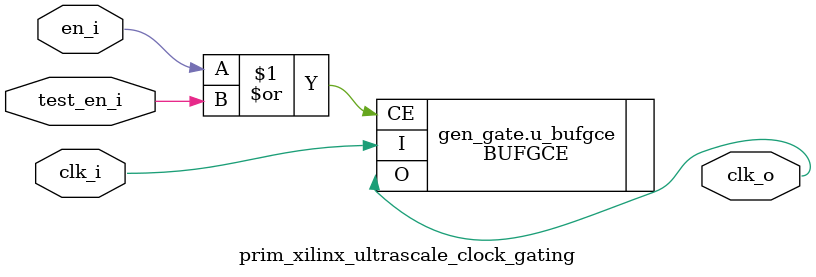
<source format=sv>

module prim_xilinx_ultrascale_clock_gating #(
  parameter bit NoFpgaGate = 1'b0,
  parameter bit FpgaBufGlobal = 1'b1 // No function in Ultrascale
) (
  input        clk_i,
  input        en_i,
  input        test_en_i,
  output logic clk_o
);

  if (NoFpgaGate) begin : gen_no_gate
    assign clk_o = clk_i;
  end else begin : gen_gate
    BUFGCE #(
      .SIM_DEVICE("ULTRASCALE")
    ) u_bufgce (
      .I (clk_i),
      .CE(en_i | test_en_i),
      .O (clk_o)
    );
  end



endmodule

</source>
